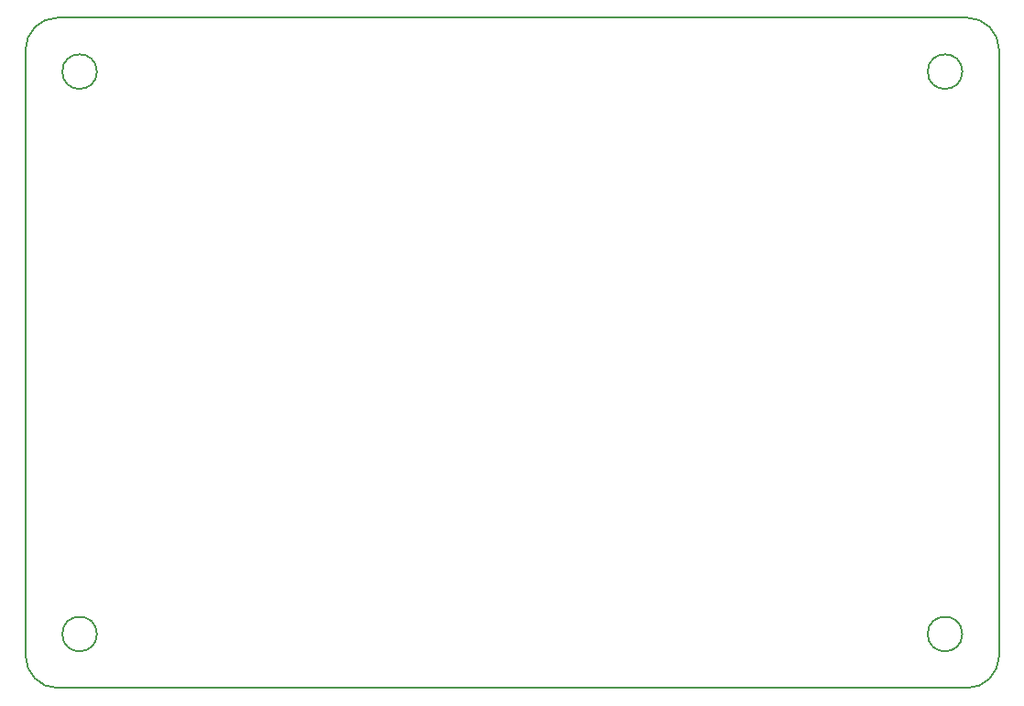
<source format=gbr>
%TF.GenerationSoftware,KiCad,Pcbnew,(6.0.11)*%
%TF.CreationDate,2024-02-29T08:22:58+09:00*%
%TF.ProjectId,Panel,50616e65-6c2e-46b6-9963-61645f706362,rev?*%
%TF.SameCoordinates,Original*%
%TF.FileFunction,Profile,NP*%
%FSLAX46Y46*%
G04 Gerber Fmt 4.6, Leading zero omitted, Abs format (unit mm)*
G04 Created by KiCad (PCBNEW (6.0.11)) date 2024-02-29 08:22:58*
%MOMM*%
%LPD*%
G01*
G04 APERTURE LIST*
%TA.AperFunction,Profile*%
%ADD10C,0.200000*%
%TD*%
G04 APERTURE END LIST*
D10*
X85070000Y-54560000D02*
G75*
G03*
X85070000Y-54560000I-1600000J0D01*
G01*
X78470000Y-108560000D02*
G75*
G03*
X81470000Y-111560000I3000000J0D01*
G01*
X168470000Y-52560000D02*
G75*
G03*
X165470000Y-49560000I-3000000J0D01*
G01*
X81470000Y-111560000D02*
X165470000Y-111560000D01*
X85070000Y-106560000D02*
G75*
G03*
X85070000Y-106560000I-1600000J0D01*
G01*
X81470000Y-49560000D02*
G75*
G03*
X78470000Y-52560000I0J-3000000D01*
G01*
X165470000Y-111560000D02*
G75*
G03*
X168470000Y-108560000I0J3000000D01*
G01*
X168470000Y-108560000D02*
X168470000Y-52560000D01*
X78470000Y-52560000D02*
X78470000Y-108560000D01*
X165470000Y-49560000D02*
X81470000Y-49560000D01*
X165070000Y-106560000D02*
G75*
G03*
X165070000Y-106560000I-1600000J0D01*
G01*
X165070000Y-54560000D02*
G75*
G03*
X165070000Y-54560000I-1600000J0D01*
G01*
M02*

</source>
